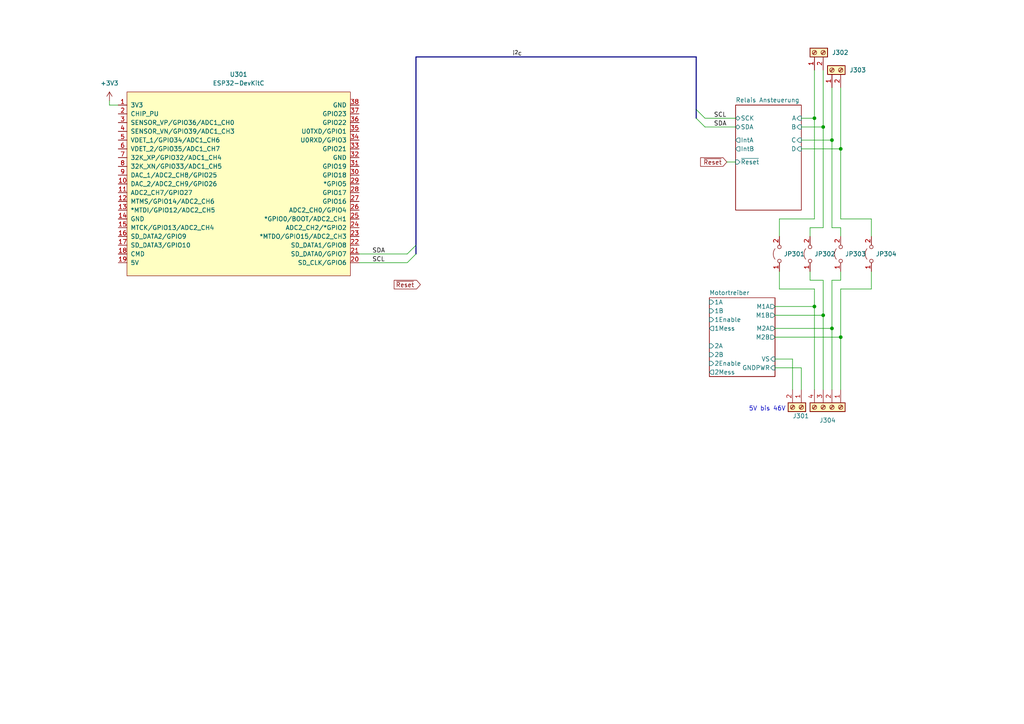
<source format=kicad_sch>
(kicad_sch (version 20211123) (generator eeschema)
  (paper "A4")
  (lib_symbols
    (symbol "Connector:Screw_Terminal_01x02" (pin_names (offset 1.016) hide)
      (property "Reference" "J" (at 0 2.54 0))
      (property "Value" "Screw_Terminal_01x02" (at 0 -5.08 0))
      (symbol "Screw_Terminal_01x02_1_1"
        (rectangle (start -1.27 1.27) (end 1.27 -3.81) (stroke (width 0.254)) (fill (type background)))
        (circle (center 0 -2.54) (radius 0.635) (stroke (width 0.1524)))
        (polyline (pts (xy -0.5334 -2.2098) (xy 0.3302 -3.048)) (stroke (width 0.1524)))
        (polyline (pts (xy -0.5334 0.3302) (xy 0.3302 -0.508)) (stroke (width 0.1524)))
        (polyline (pts (xy -0.3556 -2.032) (xy 0.508 -2.8702)) (stroke (width 0.1524)))
        (polyline (pts (xy -0.3556 0.508) (xy 0.508 -0.3302)) (stroke (width 0.1524)))
        (circle (center 0 0) (radius 0.635) (stroke (width 0.1524)))
        (pin passive line (at -5.08 0 0) (length 3.81) (name "Pin_1") (number "1"))
        (pin passive line (at -5.08 -2.54 0) (length 3.81) (name "Pin_2") (number "2"))
      )
    )
    (symbol "Connector:Screw_Terminal_01x04" (pin_names (offset 1.016) hide)
      (property "Reference" "J" (at 0 5.08 0))
      (property "Value" "Screw_Terminal_01x04" (at 0 -7.62 0))
      (symbol "Screw_Terminal_01x04_1_1"
        (rectangle (start -1.27 3.81) (end 1.27 -6.35) (stroke (width 0.254)) (fill (type background)))
        (circle (center 0 -5.08) (radius 0.635) (stroke (width 0.1524)))
        (circle (center 0 -2.54) (radius 0.635) (stroke (width 0.1524)))
        (polyline (pts (xy -0.5334 -4.7498) (xy 0.3302 -5.588)) (stroke (width 0.1524)))
        (polyline (pts (xy -0.5334 -2.2098) (xy 0.3302 -3.048)) (stroke (width 0.1524)))
        (polyline (pts (xy -0.5334 0.3302) (xy 0.3302 -0.508)) (stroke (width 0.1524)))
        (polyline (pts (xy -0.5334 2.8702) (xy 0.3302 2.032)) (stroke (width 0.1524)))
        (polyline (pts (xy -0.3556 -4.572) (xy 0.508 -5.4102)) (stroke (width 0.1524)))
        (polyline (pts (xy -0.3556 -2.032) (xy 0.508 -2.8702)) (stroke (width 0.1524)))
        (polyline (pts (xy -0.3556 0.508) (xy 0.508 -0.3302)) (stroke (width 0.1524)))
        (polyline (pts (xy -0.3556 3.048) (xy 0.508 2.2098)) (stroke (width 0.1524)))
        (circle (center 0 0) (radius 0.635) (stroke (width 0.1524)))
        (circle (center 0 2.54) (radius 0.635) (stroke (width 0.1524)))
        (pin passive line (at -5.08 2.54 0) (length 3.81) (name "Pin_1") (number "1"))
        (pin passive line (at -5.08 0 0) (length 3.81) (name "Pin_2") (number "2"))
        (pin passive line (at -5.08 -2.54 0) (length 3.81) (name "Pin_3") (number "3"))
        (pin passive line (at -5.08 -5.08 0) (length 3.81) (name "Pin_4") (number "4"))
      )
    )
    (symbol "Espressif:ESP32-DevKitC" (pin_names (offset 1.016))
      (property "Reference" "U" (at -8.89 26.67 0))
      (property "Value" "ESP32-DevKitC" (at 0 -29.21 0))
      (symbol "ESP32-DevKitC_0_0"
        (pin power_in line (at -33.02 -11.43 0) (length 2.54) (name "GND") (number "14"))
        (pin power_in line (at -33.02 -24.13 0) (length 2.54) (name "5V") (number "19"))
      )
      (symbol "ESP32-DevKitC_0_1"
        (rectangle (start -30.48 25.4) (end 34.29 -27.94) (fill (type background)))
      )
      (symbol "ESP32-DevKitC_1_1"
        (pin power_in line (at -33.02 21.59 0) (length 2.54) (name "3V3") (number "1"))
        (pin bidirectional line (at -33.02 -1.27 0) (length 2.54) (name "DAC_2/ADC2_CH9/GPIO26") (number "10"))
        (pin bidirectional line (at -33.02 -3.81 0) (length 2.54) (name "ADC2_CH7/GPIO27") (number "11"))
        (pin bidirectional line (at -33.02 -6.35 0) (length 2.54) (name "MTMS/GPIO14/ADC2_CH6") (number "12"))
        (pin bidirectional line (at -33.02 -8.89 0) (length 2.54) (name "*MTDI/GPIO12/ADC2_CH5") (number "13"))
        (pin bidirectional line (at -33.02 -13.97 0) (length 2.54) (name "MTCK/GPIO13/ADC2_CH4") (number "15"))
        (pin bidirectional line (at -33.02 -16.51 0) (length 2.54) (name "SD_DATA2/GPIO9") (number "16"))
        (pin bidirectional line (at -33.02 -19.05 0) (length 2.54) (name "SD_DATA3/GPIO10") (number "17"))
        (pin bidirectional line (at -33.02 -21.59 0) (length 2.54) (name "CMD") (number "18"))
        (pin input line (at -33.02 19.05 0) (length 2.54) (name "CHIP_PU") (number "2"))
        (pin bidirectional line (at 36.83 -24.13 180) (length 2.54) (name "SD_CLK/GPIO6") (number "20"))
        (pin bidirectional line (at 36.83 -21.59 180) (length 2.54) (name "SD_DATA0/GPIO7") (number "21"))
        (pin bidirectional line (at 36.83 -19.05 180) (length 2.54) (name "SD_DATA1/GPIO8") (number "22"))
        (pin bidirectional line (at 36.83 -16.51 180) (length 2.54) (name "*MTDO/GPIO15/ADC2_CH3") (number "23"))
        (pin bidirectional line (at 36.83 -13.97 180) (length 2.54) (name "ADC2_CH2/*GPIO2") (number "24"))
        (pin bidirectional line (at 36.83 -11.43 180) (length 2.54) (name "*GPIO0/BOOT/ADC2_CH1") (number "25"))
        (pin bidirectional line (at 36.83 -8.89 180) (length 2.54) (name "ADC2_CH0/GPIO4") (number "26"))
        (pin bidirectional line (at 36.83 -6.35 180) (length 2.54) (name "GPIO16") (number "27"))
        (pin bidirectional line (at 36.83 -3.81 180) (length 2.54) (name "GPIO17") (number "28"))
        (pin bidirectional line (at 36.83 -1.27 180) (length 2.54) (name "*GPIO5") (number "29"))
        (pin input line (at -33.02 16.51 0) (length 2.54) (name "SENSOR_VP/GPIO36/ADC1_CH0") (number "3"))
        (pin bidirectional line (at 36.83 1.27 180) (length 2.54) (name "GPIO18") (number "30"))
        (pin bidirectional line (at 36.83 3.81 180) (length 2.54) (name "GPIO19") (number "31"))
        (pin power_in line (at 36.83 6.35 180) (length 2.54) (name "GND") (number "32"))
        (pin bidirectional line (at 36.83 8.89 180) (length 2.54) (name "GPIO21") (number "33"))
        (pin bidirectional line (at 36.83 11.43 180) (length 2.54) (name "U0RXD/GPIO3") (number "34"))
        (pin bidirectional line (at 36.83 13.97 180) (length 2.54) (name "U0TXD/GPIO1") (number "35"))
        (pin bidirectional line (at 36.83 16.51 180) (length 2.54) (name "GPIO22") (number "36"))
        (pin bidirectional line (at 36.83 19.05 180) (length 2.54) (name "GPIO23") (number "37"))
        (pin power_in line (at 36.83 21.59 180) (length 2.54) (name "GND") (number "38"))
        (pin input line (at -33.02 13.97 0) (length 2.54) (name "SENSOR_VN/GPIO39/ADC1_CH3") (number "4"))
        (pin input line (at -33.02 11.43 0) (length 2.54) (name "VDET_1/GPIO34/ADC1_CH6") (number "5"))
        (pin input line (at -33.02 8.89 0) (length 2.54) (name "VDET_2/GPIO35/ADC1_CH7") (number "6"))
        (pin bidirectional line (at -33.02 6.35 0) (length 2.54) (name "32K_XP/GPIO32/ADC1_CH4") (number "7"))
        (pin bidirectional line (at -33.02 3.81 0) (length 2.54) (name "32K_XN/GPIO33/ADC1_CH5") (number "8"))
        (pin bidirectional line (at -33.02 1.27 0) (length 2.54) (name "DAC_1/ADC2_CH8/GPIO25") (number "9"))
      )
    )
    (symbol "Jumper:Jumper_2_Open" (pin_names (offset 0) hide)
      (property "Reference" "JP" (at 0 2.794 0))
      (property "Value" "Jumper_2_Open" (at 0 -2.286 0))
      (symbol "Jumper_2_Open_0_0"
        (circle (center -2.032 0) (radius 0.508))
        (circle (center 2.032 0) (radius 0.508))
      )
      (symbol "Jumper_2_Open_0_1"
        (arc (start 1.524 1.27) (mid 0 1.778) (end -1.524 1.27))
      )
      (symbol "Jumper_2_Open_1_1"
        (pin passive line (at -5.08 0 0) (length 2.54) (name "A") (number "1"))
        (pin passive line (at 5.08 0 180) (length 2.54) (name "B") (number "2"))
      )
    )
    (symbol "power:+3.3V" (power) (pin_names (offset 0))
      (property "Value" "+3.3V" (at 0 3.556 0))
      (symbol "+3.3V_0_1"
        (polyline (pts (xy -0.762 1.27) (xy 0 2.54)))
        (polyline (pts (xy 0 0) (xy 0 2.54)))
        (polyline (pts (xy 0 2.54) (xy 0.762 1.27)))
      )
      (symbol "+3.3V_1_1"
        (pin power_in line (at 0 0 90) (length 0) hide (name "+3V3") (number "1"))
      )
    )
  )
  (junction (at 241.3 95.25))
  (junction (at 238.76 36.83))
  (junction (at 243.84 43.18))
  (junction (at 236.22 88.9))
  (junction (at 241.3 40.64))
  (junction (at 243.84 97.79))
  (junction (at 238.76 91.44))
  (junction (at 236.22 34.29))
  (bus_entry (at 118.11 73.66) (size 2.54 -2.54))
  (bus_entry (at 118.11 76.2) (size 2.54 -2.54))
  (bus_entry (at 201.93 31.75) (size 2.54 2.54))
  (bus_entry (at 201.93 34.29) (size 2.54 2.54))
  (wire (pts (xy 232.41 113.03) (xy 232.41 106.68)))
  (wire (pts (xy 243.84 43.18) (xy 243.84 63.5)))
  (wire (pts (xy 224.79 95.25) (xy 241.3 95.25)))
  (wire (pts (xy 243.84 25.4) (xy 243.84 43.18)))
  (wire (pts (xy 243.84 66.04) (xy 243.84 68.58)))
  (wire (pts (xy 232.41 43.18) (xy 243.84 43.18)))
  (wire (pts (xy 210.82 46.99) (xy 213.36 46.99)))
  (wire (pts (xy 238.76 81.28) (xy 238.76 91.44)))
  (wire (pts (xy 243.84 78.74) (xy 243.84 81.28)))
  (wire (pts (xy 241.3 25.4) (xy 241.3 40.64)))
  (wire (pts (xy 236.22 88.9) (xy 236.22 113.03)))
  (wire (pts (xy 243.84 63.5) (xy 252.73 63.5)))
  (wire (pts (xy 252.73 78.74) (xy 252.73 83.82)))
  (wire (pts (xy 31.75 29.21) (xy 31.75 30.48)))
  (wire (pts (xy 241.3 66.04) (xy 243.84 66.04)))
  (wire (pts (xy 226.06 78.74) (xy 226.06 83.82)))
  (wire (pts (xy 229.87 113.03) (xy 229.87 104.14)))
  (bus (pts (xy 120.65 71.12) (xy 120.65 73.66)))
  (wire (pts (xy 238.76 91.44) (xy 238.76 113.03)))
  (wire (pts (xy 236.22 83.82) (xy 236.22 88.9)))
  (wire (pts (xy 238.76 20.32) (xy 238.76 36.83)))
  (wire (pts (xy 241.3 95.25) (xy 241.3 113.03)))
  (wire (pts (xy 224.79 97.79) (xy 243.84 97.79)))
  (wire (pts (xy 232.41 36.83) (xy 238.76 36.83)))
  (wire (pts (xy 31.75 30.48) (xy 34.29 30.48)))
  (wire (pts (xy 234.95 78.74) (xy 234.95 81.28)))
  (wire (pts (xy 241.3 40.64) (xy 241.3 66.04)))
  (wire (pts (xy 236.22 20.32) (xy 236.22 34.29)))
  (wire (pts (xy 234.95 66.04) (xy 234.95 68.58)))
  (bus (pts (xy 120.65 16.51) (xy 120.65 71.12)))
  (wire (pts (xy 238.76 36.83) (xy 238.76 66.04)))
  (wire (pts (xy 243.84 81.28) (xy 241.3 81.28)))
  (wire (pts (xy 224.79 91.44) (xy 238.76 91.44)))
  (wire (pts (xy 252.73 83.82) (xy 243.84 83.82)))
  (wire (pts (xy 204.47 36.83) (xy 213.36 36.83)))
  (wire (pts (xy 243.84 83.82) (xy 243.84 97.79)))
  (wire (pts (xy 104.14 76.2) (xy 118.11 76.2)))
  (wire (pts (xy 104.14 73.66) (xy 118.11 73.66)))
  (wire (pts (xy 229.87 104.14) (xy 224.79 104.14)))
  (bus (pts (xy 120.65 16.51) (xy 201.93 16.51)))
  (wire (pts (xy 252.73 63.5) (xy 252.73 68.58)))
  (wire (pts (xy 232.41 40.64) (xy 241.3 40.64)))
  (wire (pts (xy 241.3 81.28) (xy 241.3 95.25)))
  (wire (pts (xy 226.06 83.82) (xy 236.22 83.82)))
  (wire (pts (xy 226.06 63.5) (xy 226.06 68.58)))
  (wire (pts (xy 232.41 106.68) (xy 224.79 106.68)))
  (wire (pts (xy 238.76 66.04) (xy 234.95 66.04)))
  (wire (pts (xy 234.95 81.28) (xy 238.76 81.28)))
  (wire (pts (xy 232.41 34.29) (xy 236.22 34.29)))
  (bus (pts (xy 201.93 31.75) (xy 201.93 16.51)))
  (wire (pts (xy 243.84 97.79) (xy 243.84 113.03)))
  (wire (pts (xy 236.22 34.29) (xy 236.22 63.5)))
  (wire (pts (xy 204.47 34.29) (xy 213.36 34.29)))
  (wire (pts (xy 236.22 63.5) (xy 226.06 63.5)))
  (bus (pts (xy 201.93 34.29) (xy 201.93 31.75)))
  (wire (pts (xy 224.79 88.9) (xy 236.22 88.9)))
  (text "5V bis 46V" (at 217.17 119.38 0) (effects (font (size 1.27 1.27)) (justify left bottom)))
  (label "SDA" (at 107.95 73.66 0))
  (label "SDA" (at 207.01 36.83 0))
  (label "i^{2}c" (at 148.59 16.51 0))
  (label "SCL" (at 107.95 76.2 0))
  (label "SCL" (at 207.01 34.29 0))
  (global_label "~{Reset}" (shape output) (at 114.3 82.55 0) (property "Referenzen zwischen Schaltplänen" "${INTERSHEET_REFS}" (effects hide)))
  (global_label "~{Reset}" (shape input) (at 210.82 46.99 180) (property "Referenzen zwischen Schaltplänen" "${INTERSHEET_REFS}" (effects hide)))
  (symbol (lib_id "Connector:Screw_Terminal_01x04") (at 241.3 118.11 270) (unit 1)
    (property "Reference" "J304" (at 240.03 121.92 90))
    (property "Value" "Screw_Terminal_01x04" (effects hide))
    (property "Footprint" "TerminalBlock_Phoenix:TerminalBlock_Phoenix_MKDS-1,5-4-5.08_1x04_P5.08mm_Horizontal" (effects hide))
  )
  (symbol (lib_id "Jumper:Jumper_2_Open") (at 243.84 73.66 90) (unit 1)
    (property "Reference" "JP303" (at 245.11 73.6599 90) (effects (justify right)))
    (property "Value" "Jumper_2_Open" (effects hide))
    (property "Footprint" "Resistor_THT:R_Axial_DIN0207_L6.3mm_D2.5mm_P10.16mm_Horizontal" (effects hide))
  )
  (symbol (lib_id "Connector:Screw_Terminal_01x02") (at 232.41 118.11 270) (unit 1)
    (property "Reference" "J301" (at 229.87 120.65 90) (effects (justify left)))
    (property "Value" "Screw_Terminal_01x02" (effects hide))
    (property "Footprint" "TerminalBlock_Phoenix:TerminalBlock_Phoenix_MKDS-1,5-2-5.08_1x02_P5.08mm_Horizontal" (effects hide))
  )
  (symbol (lib_id "Connector:Screw_Terminal_01x02") (at 241.3 20.32 90) (unit 1)
    (property "Reference" "J303" (at 246.38 20.3199 90) (effects (justify right)))
    (property "Value" "Screw_Terminal_01x02" (effects hide))
    (property "Footprint" "TerminalBlock_Phoenix:TerminalBlock_Phoenix_MKDS-1,5-2-5.08_1x02_P5.08mm_Horizontal" (effects hide))
  )
  (symbol (lib_id "Espressif:ESP32-DevKitC") (at 67.31 52.07 0) (unit 1)
    (property "Reference" "U301" (at 69.215 21.59 0))
    (property "Value" "ESP32-DevKitC" (at 69.215 24.13 0))
    (property "Footprint" "Espressif:ESP32-DevKitC" (effects hide))
    (property "Datasheet" "https://docs.espressif.com/projects/esp-idf/zh_CN/latest/esp32/hw-reference/esp32/get-started-devkitc.html" (effects hide))
  )
  (symbol (lib_id "Jumper:Jumper_2_Open") (at 234.95 73.66 90) (unit 1)
    (property "Reference" "JP302" (at 236.22 73.6599 90) (effects (justify right)))
    (property "Value" "Jumper_2_Open" (effects hide))
    (property "Footprint" "Resistor_THT:R_Axial_DIN0207_L6.3mm_D2.5mm_P10.16mm_Horizontal" (effects hide))
  )
  (symbol (lib_id "Jumper:Jumper_2_Open") (at 226.06 73.66 90) (unit 1)
    (property "Reference" "JP301" (at 227.33 73.6599 90) (effects (justify right)))
    (property "Value" "Jumper_2_Open" (effects hide))
    (property "Footprint" "Resistor_THT:R_Axial_DIN0207_L6.3mm_D2.5mm_P10.16mm_Horizontal" (effects hide))
  )
  (symbol (lib_id "Connector:Screw_Terminal_01x02") (at 236.22 15.24 90) (unit 1)
    (property "Reference" "J302" (at 241.3 15.2399 90) (effects (justify right)))
    (property "Value" "Screw_Terminal_01x02" (effects hide))
    (property "Footprint" "TerminalBlock_Phoenix:TerminalBlock_Phoenix_MKDS-1,5-2-5.08_1x02_P5.08mm_Horizontal" (effects hide))
  )
  (symbol (lib_id "Jumper:Jumper_2_Open") (at 252.73 73.66 90) (unit 1)
    (property "Reference" "JP304" (at 254 73.6599 90) (effects (justify right)))
    (property "Value" "Jumper_2_Open" (effects hide))
    (property "Footprint" "Resistor_THT:R_Axial_DIN0207_L6.3mm_D2.5mm_P10.16mm_Horizontal" (effects hide))
  )
  (symbol (lib_id "power:+3.3V") (at 31.75 29.21 0) (unit 1)
    (property "Reference" "#PWR0301" (effects hide))
    (property "Value" "+3.3V" (at 31.75 24.13 0))
  )
  (sheet (at 205.74 86.36) (size 19.05 22.86) (stroke (width 0.1524))
    (property "Sheet name" "Motortreiber" (at 205.74 85.6484 0) (effects (justify left bottom)))
    (property "Sheet file" "motortreiber.kicad_sch" (effects hide))
    (pin "M1B" output (at 224.79 91.44 0))
    (pin "M1A" output (at 224.79 88.9 0))
    (pin "M2B" output (at 224.79 97.79 0))
    (pin "M2A" output (at 224.79 95.25 0))
    (pin "1Enable" input (at 205.74 92.71 180))
    (pin "1B" input (at 205.74 90.17 180))
    (pin "1A" input (at 205.74 87.63 180))
    (pin "2Enable" input (at 205.74 105.41 180))
    (pin "2A" input (at 205.74 100.33 180))
    (pin "2B" input (at 205.74 102.87 180))
    (pin "2Mess" output (at 205.74 107.95 180))
    (pin "1Mess" output (at 205.74 95.25 180))
    (pin "VS" input (at 224.79 104.14 0))
    (pin "GNDPWR" input (at 224.79 106.68 0))
  )
  (sheet (at 213.36 30.48) (size 19.05 30.48) (stroke (width 0.1524))
    (property "Sheet name" "Relais Ansteuerung" (at 213.36 29.7684 0) (effects (justify left bottom)))
    (property "Sheet file" "RelaisAnsteuerung.kicad_sch" (effects hide))
    (pin "SCK" bidirectional (at 213.36 34.29 180))
    (pin "SDA" bidirectional (at 213.36 36.83 180))
    (pin "IntA" output (at 213.36 40.64 180))
    (pin "IntB" output (at 213.36 43.18 180))
    (pin "~{Reset}" input (at 213.36 46.99 180))
    (pin "C" input (at 232.41 40.64 0))
    (pin "D" input (at 232.41 43.18 0))
    (pin "A" input (at 232.41 34.29 0))
    (pin "B" input (at 232.41 36.83 0))
  )
)
</source>
